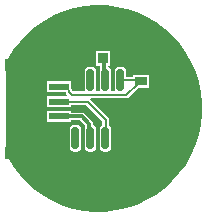
<source format=gtl>
G04*
G04 #@! TF.GenerationSoftware,Altium Limited,Altium Designer,21.6.1 (37)*
G04*
G04 Layer_Physical_Order=1*
G04 Layer_Color=255*
%FSLAX44Y44*%
%MOMM*%
G71*
G04*
G04 #@! TF.SameCoordinates,EFD3AC72-95A7-48DC-B536-48A4C13C7662*
G04*
G04*
G04 #@! TF.FilePolarity,Positive*
G04*
G01*
G75*
%ADD12C,0.2000*%
G04:AMPARAMS|DCode=15|XSize=1.9mm|YSize=0.6mm|CornerRadius=0.15mm|HoleSize=0mm|Usage=FLASHONLY|Rotation=90.000|XOffset=0mm|YOffset=0mm|HoleType=Round|Shape=RoundedRectangle|*
%AMROUNDEDRECTD15*
21,1,1.9000,0.3000,0,0,90.0*
21,1,1.6000,0.6000,0,0,90.0*
1,1,0.3000,0.1500,0.8000*
1,1,0.3000,0.1500,-0.8000*
1,1,0.3000,-0.1500,-0.8000*
1,1,0.3000,-0.1500,0.8000*
%
%ADD15ROUNDEDRECTD15*%
%ADD16R,1.0000X0.8000*%
%ADD17R,0.8900X0.9300*%
%ADD18R,2.7000X1.0000*%
%ADD19R,1.7000X0.6000*%
%ADD21C,0.3000*%
%ADD22C,3.0000*%
G36*
X291185Y146588D02*
X300211Y145502D01*
X309075Y143487D01*
X317682Y140564D01*
X325941Y136764D01*
X333760Y132128D01*
X341057Y126707D01*
X347753Y120559D01*
X353775Y113749D01*
X359059Y106352D01*
X363548Y98447D01*
X367192Y90119D01*
X369954Y81458D01*
X371803Y72558D01*
X372719Y63514D01*
X372693Y54423D01*
X371725Y45384D01*
X369825Y36495D01*
X367013Y27850D01*
X363321Y19543D01*
X358787Y11664D01*
X353461Y4298D01*
X347399Y-2477D01*
X340669Y-8587D01*
X333340Y-13966D01*
X325494Y-18557D01*
X317215Y-22310D01*
X308590Y-25183D01*
X299715Y-27148D01*
X290683Y-28181D01*
X281593Y-28273D01*
X272543Y-27422D01*
X263629Y-25637D01*
X254949Y-22938D01*
X246595Y-19353D01*
X238657Y-14922D01*
X231222Y-9692D01*
X224370Y-3719D01*
X218173Y2932D01*
X212699Y10190D01*
X208004Y17981D01*
X206300Y21570D01*
X206547Y97337D01*
X208245Y100906D01*
X212982Y108665D01*
X218497Y115891D01*
X224732Y122507D01*
X231619Y128440D01*
X239084Y133628D01*
X247047Y138013D01*
X255421Y141550D01*
X264117Y144199D01*
X273040Y145933D01*
X282096Y146732D01*
X291185Y146588D01*
D02*
G37*
%LPC*%
G36*
X294950Y108100D02*
X282650D01*
Y95400D01*
X286562D01*
Y92638D01*
X286336Y92298D01*
X286087Y91050D01*
Y75050D01*
X286122Y74873D01*
X285128Y73661D01*
X283872D01*
X282877Y74873D01*
X282913Y75050D01*
Y91050D01*
X282664Y92298D01*
X281957Y93357D01*
X280898Y94064D01*
X279650Y94313D01*
X276650D01*
X275401Y94064D01*
X274343Y93357D01*
X273636Y92298D01*
X273387Y91050D01*
Y75050D01*
X273423Y74873D01*
X272380Y73603D01*
X263351D01*
X262503Y74451D01*
Y74500D01*
X262293Y75554D01*
X261697Y76447D01*
X261696Y76447D01*
X261450Y76693D01*
Y82200D01*
X241050D01*
Y72800D01*
X257099D01*
X257207Y72257D01*
X257803Y71364D01*
X258294Y70873D01*
X257808Y69700D01*
X241050D01*
Y60300D01*
X261450D01*
Y62247D01*
X274610D01*
X288247Y48610D01*
Y44993D01*
X288101Y44964D01*
X287043Y44257D01*
X286336Y43199D01*
X286087Y41950D01*
Y25950D01*
X286336Y24701D01*
X287043Y23643D01*
X288101Y22936D01*
X289350Y22687D01*
X292350D01*
X293598Y22936D01*
X294657Y23643D01*
X295364Y24701D01*
X295613Y25950D01*
Y41950D01*
X295364Y43199D01*
X294657Y44257D01*
X293753Y44861D01*
Y49750D01*
X293543Y50803D01*
X292947Y51697D01*
X277816Y66827D01*
X277882Y67325D01*
X278261Y68097D01*
X308600D01*
X309653Y68307D01*
X310547Y68903D01*
X318193Y76550D01*
X327700D01*
Y87950D01*
X314300D01*
Y85803D01*
X308313D01*
Y91050D01*
X308064Y92298D01*
X307357Y93357D01*
X306299Y94064D01*
X305050Y94313D01*
X302050D01*
X300801Y94064D01*
X299743Y93357D01*
X299036Y92298D01*
X298787Y91050D01*
Y75050D01*
X298822Y74873D01*
X297828Y73661D01*
X296572D01*
X295577Y74873D01*
X295613Y75050D01*
Y91050D01*
X295364Y92298D01*
X294657Y93357D01*
X293598Y94064D01*
X293268Y94130D01*
X293393Y95400D01*
X294950D01*
Y108100D01*
D02*
G37*
G36*
X261450Y57200D02*
X241050D01*
Y47800D01*
X261450D01*
Y49237D01*
X269649D01*
X273737Y45149D01*
Y43351D01*
X273636Y43199D01*
X273387Y41950D01*
Y25950D01*
X273636Y24701D01*
X274343Y23643D01*
X275401Y22936D01*
X276650Y22687D01*
X279650D01*
X280898Y22936D01*
X281957Y23643D01*
X282664Y24701D01*
X282913Y25950D01*
Y41950D01*
X282664Y43199D01*
X281957Y44257D01*
X280898Y44964D01*
X280263Y45091D01*
Y46500D01*
X280014Y47749D01*
X279307Y48807D01*
X273307Y54807D01*
X272249Y55514D01*
X271000Y55763D01*
X261450D01*
Y57200D01*
D02*
G37*
G36*
X266950Y45213D02*
X263950D01*
X262701Y44964D01*
X261643Y44257D01*
X260936Y43199D01*
X260687Y41950D01*
Y25950D01*
X260936Y24701D01*
X261643Y23643D01*
X262701Y22936D01*
X263950Y22687D01*
X266950D01*
X268199Y22936D01*
X269257Y23643D01*
X269964Y24701D01*
X270213Y25950D01*
Y41950D01*
X269964Y43199D01*
X269257Y44257D01*
X268199Y44964D01*
X266950Y45213D01*
D02*
G37*
%LPD*%
D12*
X308600Y70850D02*
X318000Y80250D01*
X319500D01*
X262210Y70850D02*
X308600D01*
X305000Y82538D02*
X305512Y83050D01*
X320200D02*
X321000Y82250D01*
X305512Y83050D02*
X320200D01*
X305000Y82000D02*
Y82538D01*
X304500Y77500D02*
Y79250D01*
X259750Y73310D02*
X262210Y70850D01*
X259750Y73310D02*
Y74500D01*
X256750Y77500D02*
X259750Y74500D01*
X251250Y77500D02*
X256750D01*
X251250Y65000D02*
X275750D01*
X291000Y49750D01*
Y36250D02*
Y49750D01*
D15*
X303550Y33950D02*
D03*
X290850D02*
D03*
X278150D02*
D03*
X265450D02*
D03*
Y83050D02*
D03*
X278150D02*
D03*
X290850D02*
D03*
X303550D02*
D03*
D16*
X321000Y82250D02*
D03*
Y65250D02*
D03*
D17*
X304200Y101750D02*
D03*
X288800D02*
D03*
D18*
X219250Y96000D02*
D03*
Y21500D02*
D03*
D19*
X251250Y65000D02*
D03*
Y77500D02*
D03*
Y52500D02*
D03*
Y40000D02*
D03*
D21*
X289825Y84075D02*
Y102425D01*
X289750Y102500D02*
X289825Y102425D01*
Y84075D02*
X290850Y83050D01*
X277000Y38250D02*
Y46500D01*
Y38250D02*
X278250Y37000D01*
X271000Y52500D02*
X277000Y46500D01*
X251250Y52500D02*
X271000D01*
D22*
X285000Y130000D02*
D03*
Y-10000D02*
D03*
M02*

</source>
